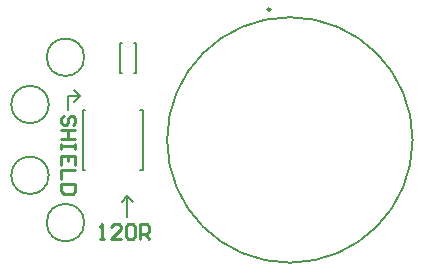
<source format=gbr>
%TF.GenerationSoftware,Altium Limited,Altium Designer,23.10.1 (27)*%
G04 Layer_Color=65535*
%FSLAX45Y45*%
%MOMM*%
%TF.SameCoordinates,CB7B006E-185E-4101-8BB4-968F6143B1B3*%
%TF.FilePolarity,Positive*%
%TF.FileFunction,Legend,Top*%
%TF.Part,Single*%
G01*
G75*
%TA.AperFunction,NonConductor*%
%ADD17C,0.25000*%
%ADD18C,0.15000*%
%ADD19C,0.20000*%
%ADD20C,0.25400*%
D17*
X2735724Y2405000D02*
G03*
X2735724Y2405000I-12500J0D01*
G01*
D18*
X3939230Y1300000D02*
G03*
X3939230Y1300000I-1039230J0D01*
G01*
X1580800Y1863000D02*
X1600000D01*
Y2117000D01*
X1580800D02*
X1600000D01*
X1460000D02*
X1479200D01*
X1460000Y1863000D02*
Y2117000D01*
Y1863000D02*
X1479200D01*
D19*
X1158500Y600000D02*
G03*
X1158500Y600000I-158500J0D01*
G01*
X858500Y1000000D02*
G03*
X858500Y1000000I-158500J0D01*
G01*
Y1600000D02*
G03*
X858500Y1600000I-158500J0D01*
G01*
X1158500Y2000000D02*
G03*
X1158500Y2000000I-158500J0D01*
G01*
X1075000Y1725000D02*
X1125000Y1675000D01*
X1075000Y1625000D02*
X1125000Y1675000D01*
X1025000D02*
X1125000D01*
X1025000Y1550000D02*
Y1675000D01*
X1525000Y825000D02*
X1575000Y775000D01*
X1475000D02*
X1525000Y825000D01*
Y650000D02*
Y825000D01*
X1146000Y1554000D02*
X1169500D01*
X1146000Y1046000D02*
X1169500D01*
X1146000D02*
Y1554000D01*
X1654000Y1046000D02*
Y1554000D01*
X1628600Y1046000D02*
X1654000D01*
X1628600Y1554000D02*
X1654000D01*
D20*
X1064987Y1424919D02*
X1084981Y1444913D01*
Y1484899D01*
X1064987Y1504893D01*
X1044994D01*
X1025000Y1484899D01*
Y1444913D01*
X1005006Y1424919D01*
X985013D01*
X965019Y1444913D01*
Y1484899D01*
X985013Y1504893D01*
X1084981Y1384932D02*
X965019D01*
X1025000D01*
Y1304958D01*
X1084981D01*
X965019D01*
X1084981Y1264971D02*
Y1224984D01*
Y1244977D01*
X965019D01*
Y1264971D01*
Y1224984D01*
X1084981Y1085029D02*
Y1165003D01*
X965019D01*
Y1085029D01*
X1025000Y1165003D02*
Y1125016D01*
X1084981Y1045042D02*
X965019D01*
Y965068D01*
X1084981Y925081D02*
X965019D01*
Y865100D01*
X985013Y845107D01*
X1064987D01*
X1084981Y865100D01*
Y925081D01*
X1290068Y465019D02*
X1330055D01*
X1310062D01*
Y584981D01*
X1290068Y564987D01*
X1470010Y465019D02*
X1390036D01*
X1470010Y544994D01*
Y564987D01*
X1450016Y584981D01*
X1410029D01*
X1390036Y564987D01*
X1509997D02*
X1529991Y584981D01*
X1569978D01*
X1589971Y564987D01*
Y485013D01*
X1569978Y465019D01*
X1529991D01*
X1509997Y485013D01*
Y564987D01*
X1629958Y465019D02*
Y584981D01*
X1689939D01*
X1709932Y564987D01*
Y525000D01*
X1689939Y505006D01*
X1629958D01*
X1669945D02*
X1709932Y465019D01*
%TF.MD5,5c0faad78b0b191f6fdba0016629a1e2*%
M02*

</source>
